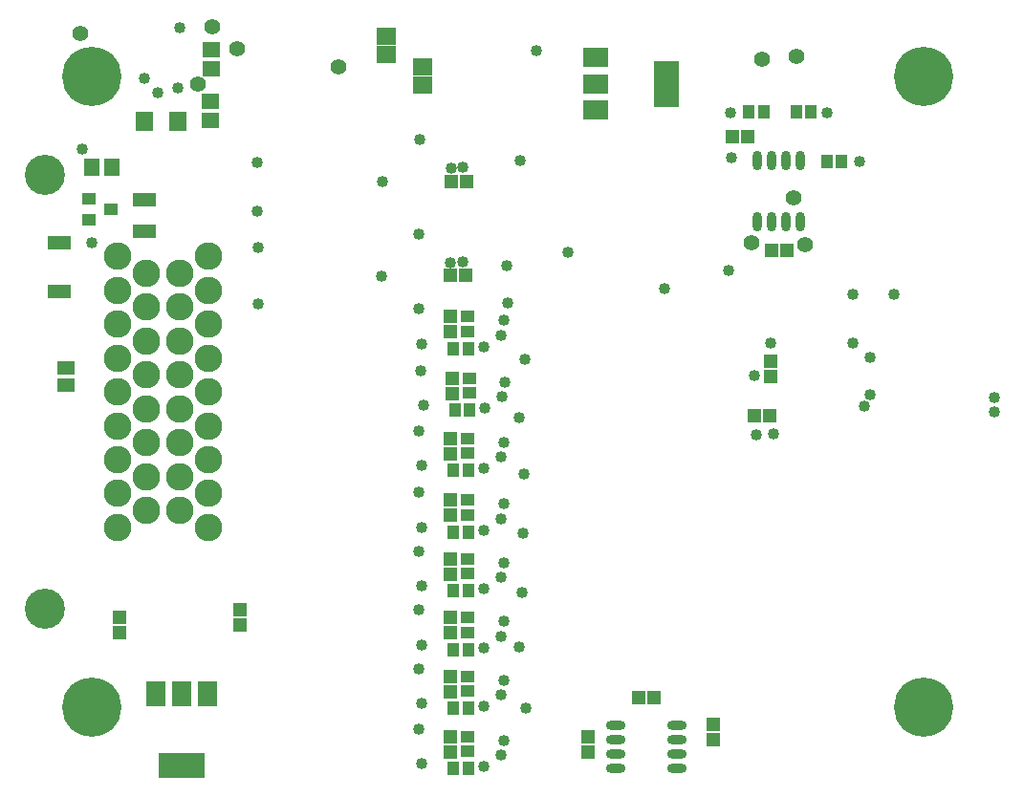
<source format=gbs>
G04*
G04 #@! TF.GenerationSoftware,Altium Limited,Altium Designer,19.1.8 (144)*
G04*
G04 Layer_Color=16711935*
%FSLAX25Y25*%
%MOIN*%
G70*
G01*
G75*
%ADD25R,0.04543X0.04937*%
%ADD29R,0.04937X0.04543*%
%ADD30R,0.04740X0.04347*%
%ADD34R,0.04347X0.04740*%
%ADD36C,0.09661*%
%ADD37C,0.13992*%
%ADD38C,0.20685*%
%ADD39C,0.04000*%
%ADD40C,0.05500*%
%ADD66O,0.06709X0.03362*%
%ADD67R,0.08874X0.15961*%
%ADD68R,0.08874X0.06906*%
%ADD69R,0.15961X0.08874*%
%ADD70R,0.06906X0.08874*%
%ADD71R,0.04543X0.04150*%
%ADD72R,0.06315X0.05528*%
%ADD73R,0.06315X0.06709*%
%ADD74O,0.03362X0.06709*%
%ADD75R,0.06512X0.06118*%
%ADD76R,0.05921X0.04740*%
%ADD77R,0.08480X0.04543*%
%ADD78R,0.05528X0.06315*%
%ADD79R,0.08087X0.04937*%
D25*
X272264Y189500D02*
D03*
X266949D02*
D03*
X253351Y229016D02*
D03*
X258666D02*
D03*
X160493Y213495D02*
D03*
X155178D02*
D03*
X160246Y180639D02*
D03*
X154931D02*
D03*
X220581Y33299D02*
D03*
X225896D02*
D03*
X261044Y131858D02*
D03*
X266359D02*
D03*
D29*
X81696Y64150D02*
D03*
Y58835D02*
D03*
X203000Y14286D02*
D03*
Y19601D02*
D03*
X246636Y18641D02*
D03*
Y23956D02*
D03*
X39603Y55988D02*
D03*
Y61303D02*
D03*
X266654Y145343D02*
D03*
Y150657D02*
D03*
X155000Y14500D02*
D03*
Y19815D02*
D03*
Y40815D02*
D03*
Y35500D02*
D03*
Y102315D02*
D03*
Y97000D02*
D03*
Y123815D02*
D03*
Y118500D02*
D03*
Y81815D02*
D03*
Y76500D02*
D03*
Y61315D02*
D03*
Y56000D02*
D03*
X155500Y144815D02*
D03*
Y139500D02*
D03*
X155000Y166315D02*
D03*
Y161000D02*
D03*
D30*
X160953Y14598D02*
D03*
Y19716D02*
D03*
Y40716D02*
D03*
Y35598D02*
D03*
Y102216D02*
D03*
Y97098D02*
D03*
Y123716D02*
D03*
Y118598D02*
D03*
Y81716D02*
D03*
Y76598D02*
D03*
Y61216D02*
D03*
Y56098D02*
D03*
X161453Y144716D02*
D03*
Y139598D02*
D03*
X160953Y166216D02*
D03*
Y161098D02*
D03*
D34*
X264162Y237564D02*
D03*
X275544D02*
D03*
X259044D02*
D03*
X280662D02*
D03*
X286142Y220500D02*
D03*
X291261D02*
D03*
X155992Y8685D02*
D03*
X161110D02*
D03*
X155992Y29685D02*
D03*
X161110D02*
D03*
X155992Y91185D02*
D03*
X161110D02*
D03*
X155992Y112685D02*
D03*
X161110D02*
D03*
X155992Y70685D02*
D03*
X161110D02*
D03*
X155992Y50185D02*
D03*
X161110D02*
D03*
X156492Y133685D02*
D03*
X161610D02*
D03*
X155992Y155185D02*
D03*
X161110D02*
D03*
D36*
X70496Y92756D02*
D03*
Y104567D02*
D03*
Y116378D02*
D03*
Y128189D02*
D03*
Y140000D02*
D03*
Y151811D02*
D03*
Y163622D02*
D03*
Y175433D02*
D03*
Y187244D02*
D03*
X60654Y110472D02*
D03*
Y122283D02*
D03*
Y134095D02*
D03*
Y145905D02*
D03*
Y157717D02*
D03*
Y169528D02*
D03*
Y181339D02*
D03*
X48842Y110472D02*
D03*
Y122283D02*
D03*
Y134095D02*
D03*
Y145905D02*
D03*
Y157717D02*
D03*
X39000Y92756D02*
D03*
Y104567D02*
D03*
Y116378D02*
D03*
Y128189D02*
D03*
Y140000D02*
D03*
Y151811D02*
D03*
Y163622D02*
D03*
Y175433D02*
D03*
Y187244D02*
D03*
X60654Y98661D02*
D03*
X48842D02*
D03*
Y181339D02*
D03*
Y169528D02*
D03*
D37*
X13409Y215787D02*
D03*
Y64213D02*
D03*
D38*
X30000Y30000D02*
D03*
Y250000D02*
D03*
X320000Y30000D02*
D03*
Y250000D02*
D03*
D39*
X184984Y258898D02*
D03*
X181362Y29685D02*
D03*
X174697Y183887D02*
D03*
X179130Y220728D02*
D03*
X174898Y170941D02*
D03*
X180925Y151445D02*
D03*
X179000Y130929D02*
D03*
X180575Y111345D02*
D03*
X180138Y90807D02*
D03*
X180000Y70000D02*
D03*
X179000Y50876D02*
D03*
X30000Y192000D02*
D03*
X260749Y145535D02*
D03*
X155277Y218022D02*
D03*
X344500Y133000D02*
D03*
Y138079D02*
D03*
X267500Y125284D02*
D03*
X261510Y125193D02*
D03*
X297500Y220500D02*
D03*
X253000Y221574D02*
D03*
X87500Y220000D02*
D03*
Y203107D02*
D03*
X88000Y190500D02*
D03*
Y170775D02*
D03*
X131111Y213306D02*
D03*
X144132Y227932D02*
D03*
X196000Y188619D02*
D03*
X159359Y218215D02*
D03*
X144000Y168936D02*
D03*
X145000Y156759D02*
D03*
X166551Y155712D02*
D03*
X173469Y164937D02*
D03*
X172551Y159705D02*
D03*
X144500Y147436D02*
D03*
X145500Y135259D02*
D03*
X167051Y134212D02*
D03*
X173969Y143437D02*
D03*
X173051Y138205D02*
D03*
X144000Y126436D02*
D03*
X145000Y114259D02*
D03*
X166551Y113212D02*
D03*
X173469Y122437D02*
D03*
X172551Y117205D02*
D03*
X144000Y104936D02*
D03*
X145000Y92759D02*
D03*
X166551Y91712D02*
D03*
X173469Y100937D02*
D03*
X172551Y95705D02*
D03*
X144000Y84436D02*
D03*
X145000Y72259D02*
D03*
X166551Y71212D02*
D03*
X173469Y80437D02*
D03*
X172551Y75205D02*
D03*
X144000Y63936D02*
D03*
X145000Y51759D02*
D03*
X166551Y50712D02*
D03*
X173469Y59937D02*
D03*
X172551Y54705D02*
D03*
X144000Y43436D02*
D03*
X145000Y31259D02*
D03*
X166551Y30212D02*
D03*
X173469Y39437D02*
D03*
X172551Y34205D02*
D03*
X60435Y267051D02*
D03*
X53000Y244500D02*
D03*
X26500Y224801D02*
D03*
X130864Y180450D02*
D03*
X155030Y185167D02*
D03*
X60031Y246193D02*
D03*
X143885Y195076D02*
D03*
X229500Y175997D02*
D03*
X251922Y182397D02*
D03*
X48232Y249500D02*
D03*
X173469Y18437D02*
D03*
X309465Y174083D02*
D03*
X295151D02*
D03*
X145000Y10259D02*
D03*
X144000Y22436D02*
D03*
X166551Y9212D02*
D03*
X172551Y13205D02*
D03*
X266654Y156878D02*
D03*
X301197Y152047D02*
D03*
X301370Y139047D02*
D03*
X295323Y157047D02*
D03*
X299323Y135047D02*
D03*
X159112Y185359D02*
D03*
X252666Y237516D02*
D03*
X286166D02*
D03*
D40*
X115850Y253339D02*
D03*
X263701Y256183D02*
D03*
X275500Y257000D02*
D03*
X274473Y207627D02*
D03*
X278465Y191370D02*
D03*
X260000Y192000D02*
D03*
X72000Y267500D02*
D03*
X80500Y259740D02*
D03*
X66791Y247500D02*
D03*
X26000Y264921D02*
D03*
D66*
X233966Y23641D02*
D03*
Y18641D02*
D03*
Y13641D02*
D03*
Y8641D02*
D03*
X212510Y23641D02*
D03*
Y18641D02*
D03*
Y13641D02*
D03*
Y8641D02*
D03*
D67*
X230402Y247524D02*
D03*
D68*
X205598Y256580D02*
D03*
Y247524D02*
D03*
Y238469D02*
D03*
D69*
X61338Y9756D02*
D03*
D70*
X70393Y34559D02*
D03*
X61338D02*
D03*
X52283D02*
D03*
D71*
X36634Y203634D02*
D03*
X28760Y199894D02*
D03*
Y207374D02*
D03*
D72*
X71289Y241445D02*
D03*
Y234555D02*
D03*
X71500Y252555D02*
D03*
Y259445D02*
D03*
D73*
X59807Y234500D02*
D03*
X48193D02*
D03*
D74*
X267000Y220728D02*
D03*
X272000D02*
D03*
X277000Y199272D02*
D03*
X272000D02*
D03*
X267000D02*
D03*
X262000D02*
D03*
X277000Y220728D02*
D03*
X262000D02*
D03*
D75*
X132682Y257716D02*
D03*
Y264016D02*
D03*
X145301Y247083D02*
D03*
Y253382D02*
D03*
D76*
X21000Y148322D02*
D03*
Y142220D02*
D03*
D77*
X18500Y174937D02*
D03*
Y192063D02*
D03*
D78*
X30055Y218378D02*
D03*
X36945D02*
D03*
D79*
X48331Y196089D02*
D03*
Y207112D02*
D03*
M02*

</source>
